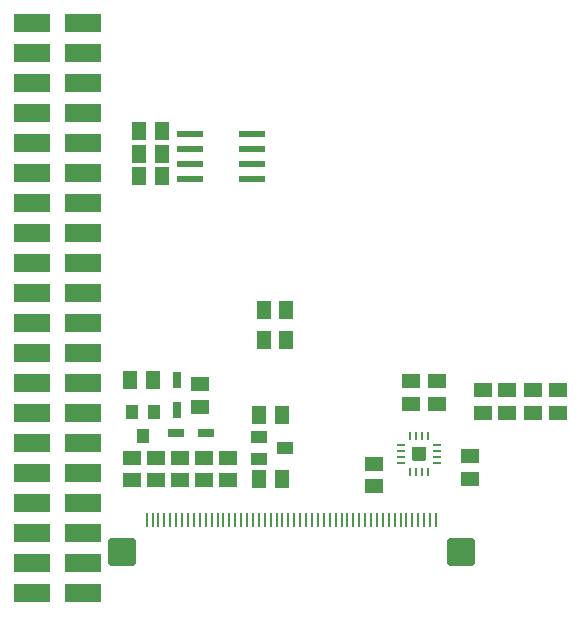
<source format=gbr>
G04 EAGLE Gerber RS-274X export*
G75*
%MOMM*%
%FSLAX34Y34*%
%LPD*%
%INSolderpaste Top*%
%IPPOS*%
%AMOC8*
5,1,8,0,0,1.08239X$1,22.5*%
G01*
%ADD10R,1.500000X1.300000*%
%ADD11R,1.300000X1.500000*%
%ADD12R,1.400000X1.000000*%
%ADD13R,0.275000X1.200000*%
%ADD14C,0.600000*%
%ADD15R,0.800000X0.280000*%
%ADD16R,0.280000X0.800000*%
%ADD17R,2.200000X0.600000*%
%ADD18R,3.048000X1.524000*%
%ADD19R,1.350000X0.800000*%
%ADD20R,0.800000X1.350000*%
%ADD21R,1.000000X1.200000*%

G36*
X424245Y398157D02*
X424245Y398157D01*
X424311Y398159D01*
X424354Y398177D01*
X424401Y398185D01*
X424458Y398219D01*
X424518Y398244D01*
X424553Y398275D01*
X424594Y398300D01*
X424636Y398351D01*
X424684Y398395D01*
X424706Y398437D01*
X424735Y398474D01*
X424756Y398536D01*
X424787Y398595D01*
X424795Y398649D01*
X424807Y398686D01*
X424806Y398726D01*
X424814Y398780D01*
X424814Y408940D01*
X424803Y409005D01*
X424801Y409071D01*
X424783Y409114D01*
X424775Y409161D01*
X424741Y409218D01*
X424716Y409278D01*
X424685Y409313D01*
X424660Y409354D01*
X424609Y409396D01*
X424565Y409444D01*
X424523Y409466D01*
X424486Y409495D01*
X424424Y409516D01*
X424365Y409547D01*
X424311Y409555D01*
X424274Y409567D01*
X424234Y409566D01*
X424180Y409574D01*
X414020Y409574D01*
X413955Y409563D01*
X413889Y409561D01*
X413846Y409543D01*
X413799Y409535D01*
X413742Y409501D01*
X413682Y409476D01*
X413647Y409445D01*
X413606Y409420D01*
X413565Y409369D01*
X413516Y409325D01*
X413494Y409283D01*
X413465Y409246D01*
X413444Y409184D01*
X413413Y409125D01*
X413405Y409071D01*
X413393Y409034D01*
X413393Y409023D01*
X413393Y409022D01*
X413394Y408992D01*
X413386Y408940D01*
X413386Y398780D01*
X413397Y398715D01*
X413399Y398649D01*
X413417Y398606D01*
X413425Y398559D01*
X413459Y398502D01*
X413484Y398442D01*
X413515Y398407D01*
X413540Y398366D01*
X413591Y398325D01*
X413635Y398276D01*
X413677Y398254D01*
X413714Y398225D01*
X413776Y398204D01*
X413835Y398173D01*
X413889Y398165D01*
X413926Y398153D01*
X413966Y398154D01*
X414020Y398146D01*
X424180Y398146D01*
X424245Y398157D01*
G37*
D10*
X176530Y400660D03*
X176530Y381660D03*
X196850Y400660D03*
X196850Y381660D03*
X217170Y400660D03*
X217170Y381660D03*
X237490Y400660D03*
X237490Y381660D03*
X412750Y446430D03*
X412750Y465430D03*
D11*
X302870Y436880D03*
X283870Y436880D03*
D10*
X381000Y376580D03*
X381000Y395580D03*
X257810Y381660D03*
X257810Y400660D03*
D11*
X174650Y466090D03*
X193650Y466090D03*
D12*
X305640Y408940D03*
X283640Y399440D03*
X283640Y418440D03*
D13*
X188650Y348220D03*
X193650Y348220D03*
X198650Y348220D03*
X203650Y348220D03*
X208650Y348220D03*
X213650Y348220D03*
X218650Y348220D03*
X223650Y348220D03*
X228650Y348220D03*
X233650Y348220D03*
X238650Y348220D03*
X243650Y348220D03*
X248650Y348220D03*
X253650Y348220D03*
X258650Y348220D03*
X263650Y348220D03*
X268650Y348220D03*
X273650Y348220D03*
X278650Y348220D03*
X283650Y348220D03*
X288650Y348220D03*
X293650Y348220D03*
X298650Y348220D03*
X303650Y348220D03*
X308650Y348220D03*
X313650Y348220D03*
X318650Y348220D03*
X323650Y348220D03*
X328650Y348220D03*
X333650Y348220D03*
X338650Y348220D03*
X343650Y348220D03*
X348650Y348220D03*
X353650Y348220D03*
X358650Y348220D03*
X363650Y348220D03*
X368650Y348220D03*
X373650Y348220D03*
X378650Y348220D03*
X383650Y348220D03*
X388650Y348220D03*
X393650Y348220D03*
X398650Y348220D03*
X403650Y348220D03*
X408650Y348220D03*
X413650Y348220D03*
X418650Y348220D03*
X423650Y348220D03*
X428650Y348220D03*
X433650Y348220D03*
D14*
X176650Y312220D02*
X158650Y312220D01*
X158650Y330220D01*
X176650Y330220D01*
X176650Y312220D01*
X176650Y317920D02*
X158650Y317920D01*
X158650Y323620D02*
X176650Y323620D01*
X176650Y329320D02*
X158650Y329320D01*
X445650Y312220D02*
X463650Y312220D01*
X445650Y312220D02*
X445650Y330220D01*
X463650Y330220D01*
X463650Y312220D01*
X463650Y317920D02*
X445650Y317920D01*
X445650Y323620D02*
X463650Y323620D01*
X463650Y329320D02*
X445650Y329320D01*
D11*
X283870Y382270D03*
X302870Y382270D03*
D15*
X434100Y396360D03*
X434100Y401360D03*
X434100Y406360D03*
X434100Y411360D03*
D16*
X426600Y418860D03*
X421600Y418860D03*
X416600Y418860D03*
X411600Y418860D03*
D15*
X404100Y411360D03*
X404100Y406360D03*
X404100Y401360D03*
X404100Y396360D03*
D16*
X411600Y388860D03*
X416600Y388860D03*
X421600Y388860D03*
X426600Y388860D03*
D10*
X434340Y446430D03*
X434340Y465430D03*
X233680Y443890D03*
X233680Y462890D03*
X462280Y382930D03*
X462280Y401930D03*
D11*
X287680Y525780D03*
X306680Y525780D03*
X287680Y500380D03*
X306680Y500380D03*
D17*
X277460Y648970D03*
X225460Y648970D03*
X277460Y636270D03*
X277460Y661670D03*
X277460Y674370D03*
X225460Y636270D03*
X225460Y661670D03*
X225460Y674370D03*
D11*
X201270Y638810D03*
X182270Y638810D03*
X201270Y676910D03*
X182270Y676910D03*
X201270Y657860D03*
X182270Y657860D03*
D18*
X134620Y768350D03*
X91440Y768350D03*
X134620Y742950D03*
X91440Y742950D03*
X91440Y717550D03*
X134620Y717550D03*
X91440Y692150D03*
X134620Y692150D03*
X91440Y666750D03*
X134620Y666750D03*
X91440Y641350D03*
X134620Y641350D03*
X91440Y615950D03*
X134620Y615950D03*
X91440Y590550D03*
X134620Y590550D03*
X91440Y565150D03*
X134620Y565150D03*
X91440Y539750D03*
X134620Y539750D03*
X91440Y514350D03*
X134620Y514350D03*
X91440Y488950D03*
X134620Y488950D03*
X91440Y463550D03*
X134620Y463550D03*
X91440Y438150D03*
X134620Y438150D03*
X91440Y412750D03*
X134620Y412750D03*
X91440Y387350D03*
X134620Y387350D03*
X91440Y361950D03*
X134620Y361950D03*
X91440Y336550D03*
X134620Y336550D03*
X91440Y311150D03*
X134620Y311150D03*
X91440Y285750D03*
X134620Y285750D03*
D10*
X473710Y438810D03*
X473710Y457810D03*
X515620Y438810D03*
X515620Y457810D03*
X537210Y438810D03*
X537210Y457810D03*
X494030Y438810D03*
X494030Y457810D03*
D19*
X238760Y421640D03*
X213360Y421640D03*
D20*
X214630Y466090D03*
X214630Y440690D03*
D21*
X185420Y419260D03*
X175920Y439260D03*
X194920Y439260D03*
M02*

</source>
